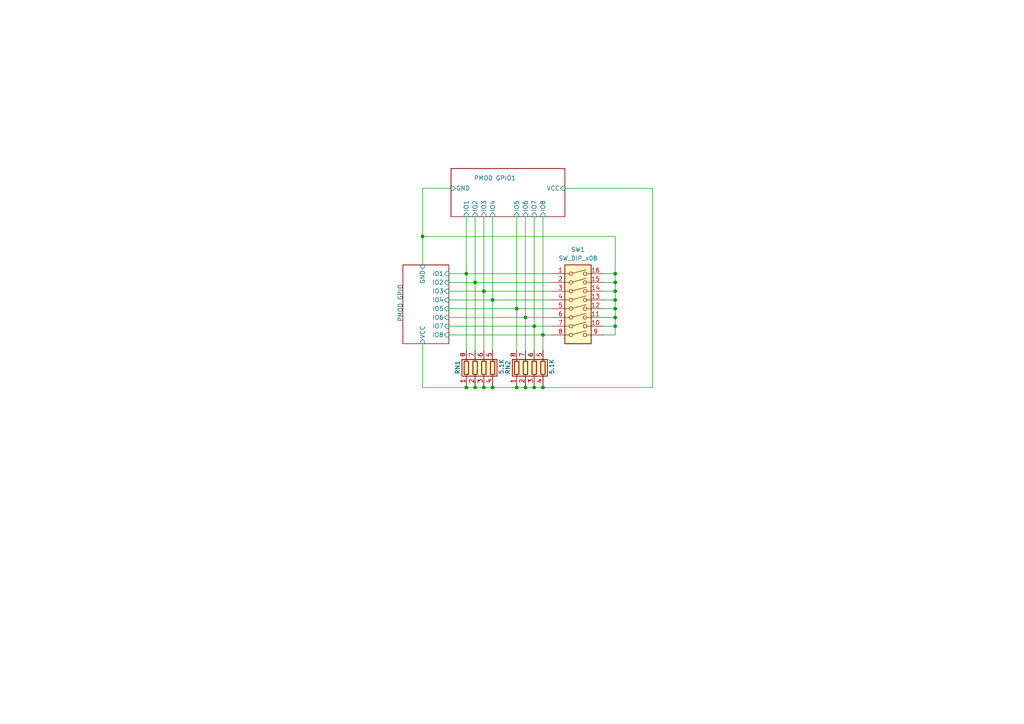
<source format=kicad_sch>
(kicad_sch (version 20230121) (generator eeschema)
  (paper "A4")
  (lib_symbols
    (symbol "Device:R_Pack04" (pin_names (offset 0) hide)
      (property "Reference" "RN" (at -7.62 0 90))
      (property "Value" "R_Pack04" (at 5.08 0 90))
      (symbol "R_Pack04_0_1"
        (rectangle (start -6.35 -2.413) (end 3.81 2.413) (stroke (width 0.254)) (fill (type background)))
        (rectangle (start -5.715 1.905) (end -4.445 -1.905) (stroke (width 0.254)))
        (rectangle (start -3.175 1.905) (end -1.905 -1.905) (stroke (width 0.254)))
        (rectangle (start -0.635 1.905) (end 0.635 -1.905) (stroke (width 0.254)))
        (polyline (pts (xy -5.08 -2.54) (xy -5.08 -1.905)))
        (polyline (pts (xy -5.08 1.905) (xy -5.08 2.54)))
        (polyline (pts (xy -2.54 -2.54) (xy -2.54 -1.905)))
        (polyline (pts (xy -2.54 1.905) (xy -2.54 2.54)))
        (polyline (pts (xy 0 -2.54) (xy 0 -1.905)))
        (polyline (pts (xy 0 1.905) (xy 0 2.54)))
        (polyline (pts (xy 2.54 -2.54) (xy 2.54 -1.905)))
        (polyline (pts (xy 2.54 1.905) (xy 2.54 2.54)))
        (rectangle (start 1.905 1.905) (end 3.175 -1.905) (stroke (width 0.254)))
      )
      (symbol "R_Pack04_1_1"
        (pin passive line (at -5.08 -5.08 90) (length 2.54) (name "R1.1") (number "1"))
        (pin passive line (at -2.54 -5.08 90) (length 2.54) (name "R2.1") (number "2"))
        (pin passive line (at 0 -5.08 90) (length 2.54) (name "R3.1") (number "3"))
        (pin passive line (at 2.54 -5.08 90) (length 2.54) (name "R4.1") (number "4"))
        (pin passive line (at 2.54 5.08 270) (length 2.54) (name "R4.2") (number "5"))
        (pin passive line (at 0 5.08 270) (length 2.54) (name "R3.2") (number "6"))
        (pin passive line (at -2.54 5.08 270) (length 2.54) (name "R2.2") (number "7"))
        (pin passive line (at -5.08 5.08 270) (length 2.54) (name "R1.2") (number "8"))
      )
    )
    (symbol "Switch:SW_DIP_x08" (pin_names (offset 0) hide)
      (property "Reference" "SW" (at 0 13.97 0))
      (property "Value" "SW_DIP_x08" (at 0 -11.43 0))
      (symbol "SW_DIP_x08_0_0"
        (circle (center -2.032 -7.62) (radius 0.508))
        (circle (center -2.032 -5.08) (radius 0.508))
        (circle (center -2.032 -2.54) (radius 0.508))
        (circle (center -2.032 0) (radius 0.508))
        (circle (center -2.032 2.54) (radius 0.508))
        (circle (center -2.032 5.08) (radius 0.508))
        (circle (center -2.032 7.62) (radius 0.508))
        (circle (center -2.032 10.16) (radius 0.508))
        (polyline (pts (xy -1.524 -7.4676) (xy 2.3622 -6.4262)))
        (polyline (pts (xy -1.524 -4.9276) (xy 2.3622 -3.8862)))
        (polyline (pts (xy -1.524 -2.3876) (xy 2.3622 -1.3462)))
        (polyline (pts (xy -1.524 0.127) (xy 2.3622 1.1684)))
        (polyline (pts (xy -1.524 2.667) (xy 2.3622 3.7084)))
        (polyline (pts (xy -1.524 5.207) (xy 2.3622 6.2484)))
        (polyline (pts (xy -1.524 7.747) (xy 2.3622 8.7884)))
        (polyline (pts (xy -1.524 10.287) (xy 2.3622 11.3284)))
        (circle (center 2.032 -7.62) (radius 0.508))
        (circle (center 2.032 -5.08) (radius 0.508))
        (circle (center 2.032 -2.54) (radius 0.508))
        (circle (center 2.032 0) (radius 0.508))
        (circle (center 2.032 2.54) (radius 0.508))
        (circle (center 2.032 5.08) (radius 0.508))
        (circle (center 2.032 7.62) (radius 0.508))
        (circle (center 2.032 10.16) (radius 0.508))
      )
      (symbol "SW_DIP_x08_0_1"
        (rectangle (start -3.81 12.7) (end 3.81 -10.16) (stroke (width 0.254)) (fill (type background)))
      )
      (symbol "SW_DIP_x08_1_1"
        (pin passive line (at -7.62 10.16 0) (length 5.08) (name "~") (number "1"))
        (pin passive line (at 7.62 -5.08 180) (length 5.08) (name "~") (number "10"))
        (pin passive line (at 7.62 -2.54 180) (length 5.08) (name "~") (number "11"))
        (pin passive line (at 7.62 0 180) (length 5.08) (name "~") (number "12"))
        (pin passive line (at 7.62 2.54 180) (length 5.08) (name "~") (number "13"))
        (pin passive line (at 7.62 5.08 180) (length 5.08) (name "~") (number "14"))
        (pin passive line (at 7.62 7.62 180) (length 5.08) (name "~") (number "15"))
        (pin passive line (at 7.62 10.16 180) (length 5.08) (name "~") (number "16"))
        (pin passive line (at -7.62 7.62 0) (length 5.08) (name "~") (number "2"))
        (pin passive line (at -7.62 5.08 0) (length 5.08) (name "~") (number "3"))
        (pin passive line (at -7.62 2.54 0) (length 5.08) (name "~") (number "4"))
        (pin passive line (at -7.62 0 0) (length 5.08) (name "~") (number "5"))
        (pin passive line (at -7.62 -2.54 0) (length 5.08) (name "~") (number "6"))
        (pin passive line (at -7.62 -5.08 0) (length 5.08) (name "~") (number "7"))
        (pin passive line (at -7.62 -7.62 0) (length 5.08) (name "~") (number "8"))
        (pin passive line (at 7.62 -7.62 180) (length 5.08) (name "~") (number "9"))
      )
    )
  )
  (junction (at 178.435 94.615))
  (junction (at 137.795 81.915))
  (junction (at 178.435 79.375))
  (junction (at 178.435 89.535))
  (junction (at 157.48 112.395))
  (junction (at 157.48 97.155))
  (junction (at 152.4 92.075))
  (junction (at 140.335 112.395))
  (junction (at 178.435 84.455))
  (junction (at 142.875 86.995))
  (junction (at 140.335 84.455))
  (junction (at 149.86 112.395))
  (junction (at 152.4 112.395))
  (junction (at 137.795 112.395))
  (junction (at 154.94 112.395))
  (junction (at 178.435 86.995))
  (junction (at 178.435 81.915))
  (junction (at 122.555 68.58))
  (junction (at 142.875 112.395))
  (junction (at 135.255 79.375))
  (junction (at 135.255 112.395))
  (junction (at 154.94 94.615))
  (junction (at 178.435 92.075))
  (junction (at 149.86 89.535))
  (wire (pts (xy 130.175 89.535) (xy 149.86 89.535)))
  (wire (pts (xy 135.255 79.375) (xy 160.02 79.375)))
  (wire (pts (xy 142.875 86.995) (xy 142.875 101.6)))
  (wire (pts (xy 140.335 62.865) (xy 140.335 84.455)))
  (wire (pts (xy 142.875 86.995) (xy 160.02 86.995)))
  (wire (pts (xy 175.26 86.995) (xy 178.435 86.995)))
  (wire (pts (xy 130.175 79.375) (xy 135.255 79.375)))
  (wire (pts (xy 178.435 97.155) (xy 175.26 97.155)))
  (wire (pts (xy 152.4 92.075) (xy 152.4 101.6)))
  (wire (pts (xy 157.48 112.395) (xy 154.94 112.395)))
  (wire (pts (xy 157.48 97.155) (xy 157.48 101.6)))
  (wire (pts (xy 135.255 79.375) (xy 135.255 101.6)))
  (wire (pts (xy 154.94 94.615) (xy 154.94 101.6)))
  (wire (pts (xy 149.86 62.865) (xy 149.86 89.535)))
  (wire (pts (xy 122.555 54.61) (xy 122.555 68.58)))
  (wire (pts (xy 130.175 97.155) (xy 157.48 97.155)))
  (wire (pts (xy 178.435 89.535) (xy 178.435 92.075)))
  (wire (pts (xy 130.175 94.615) (xy 154.94 94.615)))
  (wire (pts (xy 157.48 62.865) (xy 157.48 97.155)))
  (wire (pts (xy 178.435 94.615) (xy 178.435 97.155)))
  (wire (pts (xy 135.255 112.395) (xy 135.255 111.76)))
  (wire (pts (xy 130.175 86.995) (xy 142.875 86.995)))
  (wire (pts (xy 178.435 84.455) (xy 178.435 86.995)))
  (wire (pts (xy 137.795 62.865) (xy 137.795 81.915)))
  (wire (pts (xy 175.26 94.615) (xy 178.435 94.615)))
  (wire (pts (xy 157.48 111.76) (xy 157.48 112.395)))
  (wire (pts (xy 140.335 111.76) (xy 140.335 112.395)))
  (wire (pts (xy 178.435 86.995) (xy 178.435 89.535)))
  (wire (pts (xy 152.4 112.395) (xy 149.86 112.395)))
  (wire (pts (xy 152.4 62.865) (xy 152.4 92.075)))
  (wire (pts (xy 178.435 68.58) (xy 122.555 68.58)))
  (wire (pts (xy 152.4 111.76) (xy 152.4 112.395)))
  (wire (pts (xy 130.175 81.915) (xy 137.795 81.915)))
  (wire (pts (xy 130.81 54.61) (xy 122.555 54.61)))
  (wire (pts (xy 189.23 54.61) (xy 189.23 112.395)))
  (wire (pts (xy 122.555 68.58) (xy 122.555 76.835)))
  (wire (pts (xy 122.555 112.395) (xy 135.255 112.395)))
  (wire (pts (xy 140.335 112.395) (xy 137.795 112.395)))
  (wire (pts (xy 149.86 112.395) (xy 142.875 112.395)))
  (wire (pts (xy 175.26 79.375) (xy 178.435 79.375)))
  (wire (pts (xy 178.435 68.58) (xy 178.435 79.375)))
  (wire (pts (xy 149.86 89.535) (xy 160.02 89.535)))
  (wire (pts (xy 142.875 112.395) (xy 140.335 112.395)))
  (wire (pts (xy 140.335 84.455) (xy 140.335 101.6)))
  (wire (pts (xy 178.435 81.915) (xy 178.435 84.455)))
  (wire (pts (xy 175.26 81.915) (xy 178.435 81.915)))
  (wire (pts (xy 130.175 84.455) (xy 140.335 84.455)))
  (wire (pts (xy 137.795 111.76) (xy 137.795 112.395)))
  (wire (pts (xy 154.94 112.395) (xy 152.4 112.395)))
  (wire (pts (xy 178.435 92.075) (xy 178.435 94.615)))
  (wire (pts (xy 157.48 97.155) (xy 160.02 97.155)))
  (wire (pts (xy 175.26 92.075) (xy 178.435 92.075)))
  (wire (pts (xy 163.83 54.61) (xy 189.23 54.61)))
  (wire (pts (xy 178.435 79.375) (xy 178.435 81.915)))
  (wire (pts (xy 122.555 99.695) (xy 122.555 112.395)))
  (wire (pts (xy 140.335 84.455) (xy 160.02 84.455)))
  (wire (pts (xy 175.26 89.535) (xy 178.435 89.535)))
  (wire (pts (xy 189.23 112.395) (xy 157.48 112.395)))
  (wire (pts (xy 152.4 92.075) (xy 160.02 92.075)))
  (wire (pts (xy 137.795 81.915) (xy 137.795 101.6)))
  (wire (pts (xy 135.255 62.865) (xy 135.255 79.375)))
  (wire (pts (xy 137.795 81.915) (xy 160.02 81.915)))
  (wire (pts (xy 142.875 62.865) (xy 142.875 86.995)))
  (wire (pts (xy 142.875 111.76) (xy 142.875 112.395)))
  (wire (pts (xy 175.26 84.455) (xy 178.435 84.455)))
  (wire (pts (xy 130.175 92.075) (xy 152.4 92.075)))
  (wire (pts (xy 154.94 62.865) (xy 154.94 94.615)))
  (wire (pts (xy 149.86 89.535) (xy 149.86 101.6)))
  (wire (pts (xy 149.86 111.76) (xy 149.86 112.395)))
  (wire (pts (xy 154.94 94.615) (xy 160.02 94.615)))
  (wire (pts (xy 154.94 111.76) (xy 154.94 112.395)))
  (wire (pts (xy 137.795 112.395) (xy 135.255 112.395)))
  (symbol (lib_id "Device:R_Pack04") (at 140.335 106.68 0) (unit 1)
    (property "Reference" "RN1" (at 132.715 108.585 90) (effects (justify left)))
    (property "Value" "5.1K" (at 145.415 108.585 90) (effects (justify left)))
    (property "Footprint" "Resistor_SMD:R_Array_Convex_4x0603" (effects hide))
  )
  (symbol (lib_id "Device:R_Pack04") (at 154.94 106.68 0) (unit 1)
    (property "Reference" "RN2" (at 147.32 108.585 90) (effects (justify left)))
    (property "Value" "5.1K" (at 160.02 108.585 90) (effects (justify left)))
    (property "Footprint" "Resistor_SMD:R_Array_Convex_4x0603" (effects hide))
  )
  (symbol (lib_id "Switch:SW_DIP_x08") (at 167.64 89.535 0) (unit 1)
    (property "Reference" "SW1" (at 167.64 72.39 0))
    (property "Value" "SW_DIP_x08" (at 167.64 74.93 0))
    (property "Footprint" "Button_Switch_SMD:SW_DIP_SPSTx08_Slide_6.7x21.88mm_W8.61mm_P2.54mm_LowProfile" (effects hide))
  )
  (sheet (at 130.81 48.895) (size 33.02 13.97) (stroke (width 0.1524))
    (property "Sheetname" "PMOD GPIO1" (at 137.4775 52.3875 0) (effects (justify left bottom)))
    (property "Sheetfile" "C:/Users/tbz/OneDrive/doc/kicad_schematic/pmod_gpio.kicad_sch" (effects hide))
    (pin "IO4" input (at 142.875 62.865 270))
    (pin "IO3" input (at 140.335 62.865 270))
    (pin "VCC" input (at 163.83 54.61 0))
    (pin "IO2" input (at 137.795 62.865 270))
    (pin "IO1" input (at 135.255 62.865 270))
    (pin "GND" input (at 130.81 54.61 180))
    (pin "IO8" input (at 157.48 62.865 270))
    (pin "IO5" input (at 149.86 62.865 270))
    (pin "IO7" input (at 154.94 62.865 270))
    (pin "IO6" input (at 152.4 62.865 270))
  )
  (sheet (at 116.84 76.835) (size 13.335 22.86) (stroke (width 0.1524))
    (property "Sheetname" "PMOD GPIO" (at 116.84 93.345 90) (effects (justify left bottom)))
    (property "Sheetfile" "C:/Users/tbz/OneDrive/doc/kicad_schematic/pmod_gpio.kicad_sch" (effects hide))
    (pin "IO4" input (at 130.175 86.995 0))
    (pin "IO3" input (at 130.175 84.455 0))
    (pin "VCC" input (at 122.555 99.695 270))
    (pin "IO2" input (at 130.175 81.915 0))
    (pin "IO1" input (at 130.175 79.375 0))
    (pin "GND" input (at 122.555 76.835 90))
    (pin "IO8" input (at 130.175 97.155 0))
    (pin "IO5" input (at 130.175 89.535 0))
    (pin "IO7" input (at 130.175 94.615 0))
    (pin "IO6" input (at 130.175 92.075 0))
  )
)
</source>
